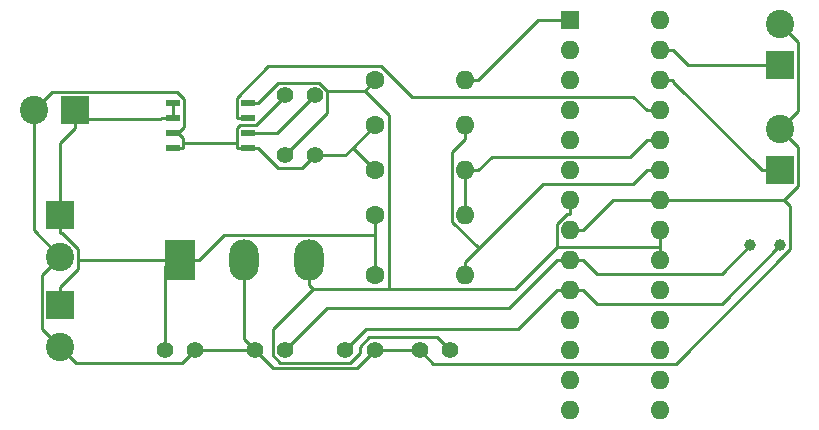
<source format=gbr>
G04 #@! TF.FileFunction,Copper,L1,Top,Signal*
%FSLAX46Y46*%
G04 Gerber Fmt 4.6, Leading zero omitted, Abs format (unit mm)*
G04 Created by KiCad (PCBNEW 4.0.6-e0-6349~53~ubuntu16.04.1) date Sun Jun  4 19:25:12 2017*
%MOMM*%
%LPD*%
G01*
G04 APERTURE LIST*
%ADD10C,0.400000*%
%ADD11C,1.400000*%
%ADD12R,1.600000X1.600000*%
%ADD13O,1.600000X1.600000*%
%ADD14C,2.400000*%
%ADD15R,2.400000X2.400000*%
%ADD16C,1.600000*%
%ADD17R,1.143000X0.508000*%
%ADD18R,2.500000X3.500000*%
%ADD19O,2.500000X3.500000*%
%ADD20C,1.000000*%
%ADD21C,0.250000*%
G04 APERTURE END LIST*
D10*
D11*
X134620000Y-116840000D03*
X137120000Y-116840000D03*
X124460000Y-138430000D03*
X126960000Y-138430000D03*
X134620000Y-121920000D03*
X137120000Y-121920000D03*
X134620000Y-138430000D03*
X132120000Y-138430000D03*
X139700000Y-138430000D03*
X142200000Y-138430000D03*
X146050000Y-138430000D03*
X148550000Y-138430000D03*
D12*
X158750000Y-110490000D03*
D13*
X166370000Y-143510000D03*
X158750000Y-113030000D03*
X166370000Y-140970000D03*
X158750000Y-115570000D03*
X166370000Y-138430000D03*
X158750000Y-118110000D03*
X166370000Y-135890000D03*
X158750000Y-120650000D03*
X166370000Y-133350000D03*
X158750000Y-123190000D03*
X166370000Y-130810000D03*
X158750000Y-125730000D03*
X166370000Y-128270000D03*
X158750000Y-128270000D03*
X166370000Y-125730000D03*
X158750000Y-130810000D03*
X166370000Y-123190000D03*
X158750000Y-133350000D03*
X166370000Y-120650000D03*
X158750000Y-135890000D03*
X166370000Y-118110000D03*
X158750000Y-138430000D03*
X166370000Y-115570000D03*
X158750000Y-140970000D03*
X166370000Y-113030000D03*
X158750000Y-143510000D03*
X166370000Y-110490000D03*
D14*
X113340000Y-118110000D03*
D15*
X116840000Y-118110000D03*
D14*
X115570000Y-130500000D03*
D15*
X115570000Y-127000000D03*
D14*
X115570000Y-138120000D03*
D15*
X115570000Y-134620000D03*
D14*
X176530000Y-119690000D03*
D15*
X176530000Y-123190000D03*
D14*
X176530000Y-110800000D03*
D15*
X176530000Y-114300000D03*
D16*
X142240000Y-127000000D03*
D13*
X149860000Y-127000000D03*
D16*
X142240000Y-123190000D03*
D13*
X149860000Y-123190000D03*
D16*
X142240000Y-132080000D03*
D13*
X149860000Y-132080000D03*
D16*
X142240000Y-119380000D03*
D13*
X149860000Y-119380000D03*
D16*
X142240000Y-115570000D03*
D13*
X149860000Y-115570000D03*
D17*
X131445000Y-117475000D03*
X131445000Y-118745000D03*
X131445000Y-120015000D03*
X131445000Y-121285000D03*
X125095000Y-121285000D03*
X125095000Y-120015000D03*
X125095000Y-118745000D03*
X125095000Y-117475000D03*
D18*
X125730000Y-130810000D03*
D19*
X131180000Y-130810000D03*
X136630000Y-130810000D03*
D20*
X173990000Y-129540000D03*
X176530000Y-129540000D03*
D21*
X131445000Y-121285000D02*
X132341800Y-121285000D01*
X131445000Y-121285000D02*
X130548200Y-121285000D01*
X125095000Y-120015000D02*
X125543400Y-120015000D01*
X125095000Y-121285000D02*
X125991800Y-121285000D01*
X126960000Y-138430000D02*
X132120000Y-138430000D01*
X116928500Y-139478500D02*
X115570000Y-138120000D01*
X125911500Y-139478500D02*
X116928500Y-139478500D01*
X126960000Y-138430000D02*
X125911500Y-139478500D01*
X114039700Y-132030300D02*
X115570000Y-130500000D01*
X114039700Y-136589700D02*
X114039700Y-132030300D01*
X115570000Y-138120000D02*
X114039700Y-136589700D01*
X131180000Y-137490000D02*
X131180000Y-130810000D01*
X132120000Y-138430000D02*
X131180000Y-137490000D01*
X136072900Y-122967100D02*
X137120000Y-121920000D01*
X134023900Y-122967100D02*
X136072900Y-122967100D01*
X132341800Y-121285000D02*
X134023900Y-122967100D01*
X125991800Y-120874200D02*
X130548200Y-120874200D01*
X125991800Y-120463400D02*
X125991800Y-120874200D01*
X125543400Y-120015000D02*
X125991800Y-120463400D01*
X125991800Y-120874200D02*
X125991800Y-121285000D01*
X130548200Y-119613400D02*
X130548200Y-120874200D01*
X130789000Y-119372600D02*
X130548200Y-119613400D01*
X132166800Y-119372600D02*
X130789000Y-119372600D01*
X134620000Y-116919400D02*
X132166800Y-119372600D01*
X134620000Y-116840000D02*
X134620000Y-116919400D01*
X130548200Y-120874200D02*
X130548200Y-121285000D01*
X113340000Y-128270000D02*
X113340000Y-118110000D01*
X115570000Y-130500000D02*
X113340000Y-128270000D01*
X126028800Y-119529600D02*
X125543400Y-120015000D01*
X126028800Y-117120000D02*
X126028800Y-119529600D01*
X125493400Y-116584600D02*
X126028800Y-117120000D01*
X114865400Y-116584600D02*
X125493400Y-116584600D01*
X113340000Y-118110000D02*
X114865400Y-116584600D01*
X140705100Y-139924900D02*
X142200000Y-138430000D01*
X133614900Y-139924900D02*
X140705100Y-139924900D01*
X132120000Y-138430000D02*
X133614900Y-139924900D01*
X178055400Y-118164600D02*
X176530000Y-119690000D01*
X178055400Y-112325400D02*
X178055400Y-118164600D01*
X176530000Y-110800000D02*
X178055400Y-112325400D01*
X140335000Y-121285000D02*
X142240000Y-123190000D01*
X139700000Y-121920000D02*
X140335000Y-121285000D01*
X137120000Y-121920000D02*
X139700000Y-121920000D01*
X140335000Y-121285000D02*
X142240000Y-119380000D01*
X162415300Y-125730000D02*
X159875300Y-128270000D01*
X166370000Y-125730000D02*
X162415300Y-125730000D01*
X158750000Y-128270000D02*
X159875300Y-128270000D01*
X142200000Y-138430000D02*
X146050000Y-138430000D01*
X177380300Y-126216700D02*
X176893600Y-125730000D01*
X177380300Y-129884700D02*
X177380300Y-126216700D01*
X167709600Y-139555400D02*
X177380300Y-129884700D01*
X147175400Y-139555400D02*
X167709600Y-139555400D01*
X146050000Y-138430000D02*
X147175400Y-139555400D01*
X178065500Y-124558100D02*
X176893600Y-125730000D01*
X178065500Y-121225500D02*
X178065500Y-124558100D01*
X176530000Y-119690000D02*
X178065500Y-121225500D01*
X176893600Y-125730000D02*
X166370000Y-125730000D01*
X133945000Y-120015000D02*
X137120000Y-116840000D01*
X131445000Y-120015000D02*
X133945000Y-120015000D01*
X115570000Y-134620000D02*
X115570000Y-133094700D01*
X115570000Y-120905300D02*
X116840000Y-119635300D01*
X115570000Y-127000000D02*
X115570000Y-120905300D01*
X116840000Y-118110000D02*
X116840000Y-118872600D01*
X116840000Y-118872600D02*
X116840000Y-119635300D01*
X124070600Y-118872600D02*
X124198200Y-118745000D01*
X116840000Y-118872600D02*
X124070600Y-118872600D01*
X125095000Y-118745000D02*
X124198200Y-118745000D01*
X125095000Y-117475000D02*
X125095000Y-118745000D01*
X115760800Y-128525300D02*
X115570000Y-128525300D01*
X117095300Y-129859800D02*
X115760800Y-128525300D01*
X117095300Y-130810000D02*
X117095300Y-129859800D01*
X124154700Y-130810000D02*
X117095300Y-130810000D01*
X117095300Y-131569400D02*
X115570000Y-133094700D01*
X117095300Y-130810000D02*
X117095300Y-131569400D01*
X115570000Y-127000000D02*
X115570000Y-128525300D01*
X125730000Y-130810000D02*
X124942400Y-130810000D01*
X124942400Y-130810000D02*
X124154700Y-130810000D01*
X124460000Y-131292400D02*
X124460000Y-138430000D01*
X124942400Y-130810000D02*
X124460000Y-131292400D01*
X125730000Y-130810000D02*
X127305300Y-130810000D01*
X129425500Y-128689800D02*
X127305300Y-130810000D01*
X142240000Y-128689800D02*
X129425500Y-128689800D01*
X142240000Y-132080000D02*
X142240000Y-128689800D01*
X142240000Y-128689800D02*
X142240000Y-127000000D01*
X166370000Y-130810000D02*
X166370000Y-129684700D01*
X136630000Y-130810000D02*
X136630000Y-132885300D01*
X131445000Y-117475000D02*
X132341800Y-117475000D01*
X137535700Y-115780800D02*
X138200100Y-116445200D01*
X134036000Y-115780800D02*
X137535700Y-115780800D01*
X132341800Y-117475000D02*
X134036000Y-115780800D01*
X138200100Y-118339900D02*
X134620000Y-121920000D01*
X138200100Y-116445200D02*
X138200100Y-118339900D01*
X147461000Y-137341000D02*
X148550000Y-138430000D01*
X141739200Y-137341000D02*
X147461000Y-137341000D01*
X140950000Y-138130200D02*
X141739200Y-137341000D01*
X140950000Y-138652500D02*
X140950000Y-138130200D01*
X140127900Y-139474600D02*
X140950000Y-138652500D01*
X134190000Y-139474600D02*
X140127900Y-139474600D01*
X133566700Y-138851300D02*
X134190000Y-139474600D01*
X133566700Y-136588800D02*
X133566700Y-138851300D01*
X136950100Y-133205400D02*
X133566700Y-136588800D01*
X136630000Y-132885300D02*
X136950100Y-133205400D01*
X166370000Y-129684700D02*
X166370000Y-128270000D01*
X158750000Y-125730000D02*
X158750000Y-126855300D01*
X158468700Y-126855300D02*
X158750000Y-126855300D01*
X157616000Y-127708000D02*
X158468700Y-126855300D01*
X157616000Y-129684700D02*
X157616000Y-127708000D01*
X157616000Y-129684700D02*
X166370000Y-129684700D01*
X138200100Y-116445200D02*
X141364800Y-116445200D01*
X141364800Y-116445200D02*
X142240000Y-115570000D01*
X143410800Y-118491200D02*
X143410800Y-133205400D01*
X141364800Y-116445200D02*
X143410800Y-118491200D01*
X136950100Y-133205400D02*
X143410800Y-133205400D01*
X154095300Y-133205400D02*
X157616000Y-129684700D01*
X143410800Y-133205400D02*
X154095300Y-133205400D01*
X158750000Y-130810000D02*
X157624700Y-130810000D01*
X138188600Y-134861400D02*
X134620000Y-138430000D01*
X138188600Y-134861300D02*
X138188600Y-134861400D01*
X153573400Y-134861300D02*
X138188600Y-134861300D01*
X157624700Y-130810000D02*
X153573400Y-134861300D01*
X161000600Y-131935300D02*
X159875300Y-130810000D01*
X171594700Y-131935300D02*
X161000600Y-131935300D01*
X173990000Y-129540000D02*
X171594700Y-131935300D01*
X158750000Y-130810000D02*
X159875300Y-130810000D01*
X141510300Y-136619700D02*
X139700000Y-138430000D01*
X154355000Y-136619700D02*
X141510300Y-136619700D01*
X157624700Y-133350000D02*
X154355000Y-136619700D01*
X158187400Y-133350000D02*
X157624700Y-133350000D01*
X158187400Y-133350000D02*
X158750000Y-133350000D01*
X161000600Y-134475300D02*
X159875300Y-133350000D01*
X171594700Y-134475300D02*
X161000600Y-134475300D01*
X176530000Y-129540000D02*
X171594700Y-134475300D01*
X158750000Y-133350000D02*
X159875300Y-133350000D01*
X156065300Y-110490000D02*
X158750000Y-110490000D01*
X150985300Y-115570000D02*
X156065300Y-110490000D01*
X149860000Y-115570000D02*
X150985300Y-115570000D01*
X166370000Y-123190000D02*
X165244700Y-123190000D01*
X149860000Y-132080000D02*
X149860000Y-130954700D01*
X149860000Y-119380000D02*
X149860000Y-120505300D01*
X148731000Y-127536000D02*
X151004900Y-129809800D01*
X148731000Y-121634300D02*
X148731000Y-127536000D01*
X149860000Y-120505300D02*
X148731000Y-121634300D01*
X156434100Y-124380600D02*
X151004900Y-129809800D01*
X164054100Y-124380600D02*
X156434100Y-124380600D01*
X165244700Y-123190000D02*
X164054100Y-124380600D01*
X151004900Y-129809800D02*
X149860000Y-130954700D01*
X166370000Y-120650000D02*
X165244700Y-120650000D01*
X149860000Y-127000000D02*
X149860000Y-123190000D01*
X163830000Y-122064700D02*
X165244700Y-120650000D01*
X152110600Y-122064700D02*
X163830000Y-122064700D01*
X150985300Y-123190000D02*
X152110600Y-122064700D01*
X149860000Y-123190000D02*
X150985300Y-123190000D01*
X164119400Y-116984700D02*
X165244700Y-118110000D01*
X145338000Y-116984700D02*
X164119400Y-116984700D01*
X142747300Y-114394000D02*
X145338000Y-116984700D01*
X133183300Y-114394000D02*
X142747300Y-114394000D01*
X130548200Y-117029100D02*
X133183300Y-114394000D01*
X130548200Y-118745000D02*
X130548200Y-117029100D01*
X131445000Y-118745000D02*
X130548200Y-118745000D01*
X166370000Y-118110000D02*
X165244700Y-118110000D01*
X167495300Y-115680600D02*
X167495300Y-115570000D01*
X175004700Y-123190000D02*
X167495300Y-115680600D01*
X176530000Y-123190000D02*
X175004700Y-123190000D01*
X166370000Y-115570000D02*
X167495300Y-115570000D01*
X168765300Y-114300000D02*
X167495300Y-113030000D01*
X176530000Y-114300000D02*
X168765300Y-114300000D01*
X166370000Y-113030000D02*
X167495300Y-113030000D01*
M02*

</source>
